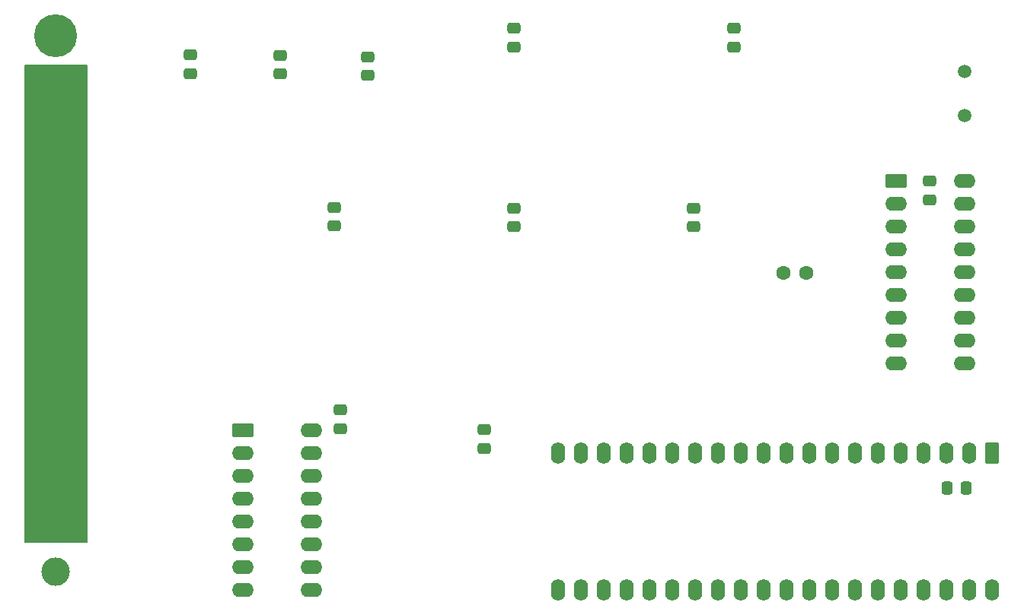
<source format=gbr>
%TF.GenerationSoftware,KiCad,Pcbnew,9.0.0*%
%TF.CreationDate,2025-03-16T19:10:30-05:00*%
%TF.ProjectId,Model I RS232,4d6f6465-6c20-4492-9052-533233322e6b,rev?*%
%TF.SameCoordinates,Original*%
%TF.FileFunction,Soldermask,Bot*%
%TF.FilePolarity,Negative*%
%FSLAX46Y46*%
G04 Gerber Fmt 4.6, Leading zero omitted, Abs format (unit mm)*
G04 Created by KiCad (PCBNEW 9.0.0) date 2025-03-16 19:10:30*
%MOMM*%
%LPD*%
G01*
G04 APERTURE LIST*
G04 Aperture macros list*
%AMRoundRect*
0 Rectangle with rounded corners*
0 $1 Rounding radius*
0 $2 $3 $4 $5 $6 $7 $8 $9 X,Y pos of 4 corners*
0 Add a 4 corners polygon primitive as box body*
4,1,4,$2,$3,$4,$5,$6,$7,$8,$9,$2,$3,0*
0 Add four circle primitives for the rounded corners*
1,1,$1+$1,$2,$3*
1,1,$1+$1,$4,$5*
1,1,$1+$1,$6,$7*
1,1,$1+$1,$8,$9*
0 Add four rect primitives between the rounded corners*
20,1,$1+$1,$2,$3,$4,$5,0*
20,1,$1+$1,$4,$5,$6,$7,0*
20,1,$1+$1,$6,$7,$8,$9,0*
20,1,$1+$1,$8,$9,$2,$3,0*%
G04 Aperture macros list end*
%ADD10C,0.150000*%
%ADD11RoundRect,0.250000X-0.950000X-0.550000X0.950000X-0.550000X0.950000X0.550000X-0.950000X0.550000X0*%
%ADD12O,2.400000X1.600000*%
%ADD13RoundRect,0.250000X-0.550000X0.950000X-0.550000X-0.950000X0.550000X-0.950000X0.550000X0.950000X0*%
%ADD14O,1.600000X2.400000*%
%ADD15C,4.775200*%
%ADD16C,3.175000*%
%ADD17C,1.600000*%
%ADD18C,1.500000*%
%ADD19RoundRect,0.250000X0.475000X-0.337500X0.475000X0.337500X-0.475000X0.337500X-0.475000X-0.337500X0*%
%ADD20RoundRect,0.250000X-0.475000X0.337500X-0.475000X-0.337500X0.475000X-0.337500X0.475000X0.337500X0*%
%ADD21RoundRect,0.250000X0.337500X0.475000X-0.337500X0.475000X-0.337500X-0.475000X0.337500X-0.475000X0*%
G04 APERTURE END LIST*
%TO.C,J1*%
D10*
X78151000Y-81862000D02*
X85009000Y-81862000D01*
X85009000Y-134948000D01*
X78151000Y-134948000D01*
X78151000Y-81862000D01*
G36*
X78151000Y-81862000D02*
G01*
X85009000Y-81862000D01*
X85009000Y-134948000D01*
X78151000Y-134948000D01*
X78151000Y-81862000D01*
G37*
%TD*%
D11*
%TO.C,U3*%
X102380000Y-122460000D03*
D12*
X102380000Y-125000000D03*
X102380000Y-127540000D03*
X102380000Y-130080000D03*
X102380000Y-132620000D03*
X102380000Y-135160000D03*
X102380000Y-137700000D03*
X102380000Y-140240000D03*
X110000000Y-140240000D03*
X110000000Y-137700000D03*
X110000000Y-135160000D03*
X110000000Y-132620000D03*
X110000000Y-130080000D03*
X110000000Y-127540000D03*
X110000000Y-125000000D03*
X110000000Y-122460000D03*
%TD*%
D13*
%TO.C,U1*%
X185720000Y-125000000D03*
D14*
X183180000Y-125000000D03*
X180640000Y-125000000D03*
X178100000Y-125000000D03*
X175560000Y-125000000D03*
X173020000Y-125000000D03*
X170480000Y-125000000D03*
X167940000Y-125000000D03*
X165400000Y-125000000D03*
X162860000Y-125000000D03*
X160320000Y-125000000D03*
X157780000Y-125000000D03*
X155240000Y-125000000D03*
X152700000Y-125000000D03*
X150160000Y-125000000D03*
X147620000Y-125000000D03*
X145080000Y-125000000D03*
X142540000Y-125000000D03*
X140000000Y-125000000D03*
X137460000Y-125000000D03*
X137460000Y-140240000D03*
X140000000Y-140240000D03*
X142540000Y-140240000D03*
X145080000Y-140240000D03*
X147620000Y-140240000D03*
X150160000Y-140240000D03*
X152700000Y-140240000D03*
X155240000Y-140240000D03*
X157780000Y-140240000D03*
X160320000Y-140240000D03*
X162860000Y-140240000D03*
X165400000Y-140240000D03*
X167940000Y-140240000D03*
X170480000Y-140240000D03*
X173020000Y-140240000D03*
X175560000Y-140240000D03*
X178100000Y-140240000D03*
X180640000Y-140240000D03*
X183180000Y-140240000D03*
X185720000Y-140240000D03*
%TD*%
D15*
%TO.C,J1*%
X81580000Y-78560000D03*
D16*
X81580000Y-138250000D03*
%TD*%
D11*
%TO.C,U2*%
X175000000Y-94760000D03*
D12*
X175000000Y-97300000D03*
X175000000Y-99840000D03*
X175000000Y-102380000D03*
X175000000Y-104920000D03*
X175000000Y-107460000D03*
X175000000Y-110000000D03*
X175000000Y-112540000D03*
X175000000Y-115080000D03*
X182620000Y-115080000D03*
X182620000Y-112540000D03*
X182620000Y-110000000D03*
X182620000Y-107460000D03*
X182620000Y-104920000D03*
X182620000Y-102380000D03*
X182620000Y-99840000D03*
X182620000Y-97300000D03*
X182620000Y-94760000D03*
%TD*%
D17*
%TO.C,C15*%
X162500000Y-105000000D03*
X165000000Y-105000000D03*
%TD*%
D18*
%TO.C,Y1*%
X182650000Y-82550000D03*
X182650000Y-87450000D03*
%TD*%
D19*
%TO.C,C6*%
X157000000Y-79825000D03*
X157000000Y-77750000D03*
%TD*%
%TO.C,C3*%
X132500000Y-79825000D03*
X132500000Y-77750000D03*
%TD*%
%TO.C,C12*%
X132500000Y-99825000D03*
X132500000Y-97750000D03*
%TD*%
%TO.C,C5*%
X178750000Y-96825000D03*
X178750000Y-94750000D03*
%TD*%
%TO.C,C2*%
X113250000Y-122325000D03*
X113250000Y-120250000D03*
%TD*%
D20*
%TO.C,C4*%
X96500000Y-80675000D03*
X96500000Y-82750000D03*
%TD*%
D19*
%TO.C,C11*%
X106500000Y-82825000D03*
X106500000Y-80750000D03*
%TD*%
%TO.C,C14*%
X152500000Y-99825000D03*
X152500000Y-97750000D03*
%TD*%
D20*
%TO.C,C10*%
X116250000Y-80925000D03*
X116250000Y-83000000D03*
%TD*%
D21*
%TO.C,C1*%
X182800000Y-128900000D03*
X180725000Y-128900000D03*
%TD*%
D19*
%TO.C,C13*%
X112500000Y-99750000D03*
X112500000Y-97675000D03*
%TD*%
%TO.C,C7*%
X129250000Y-124500000D03*
X129250000Y-122425000D03*
%TD*%
M02*

</source>
